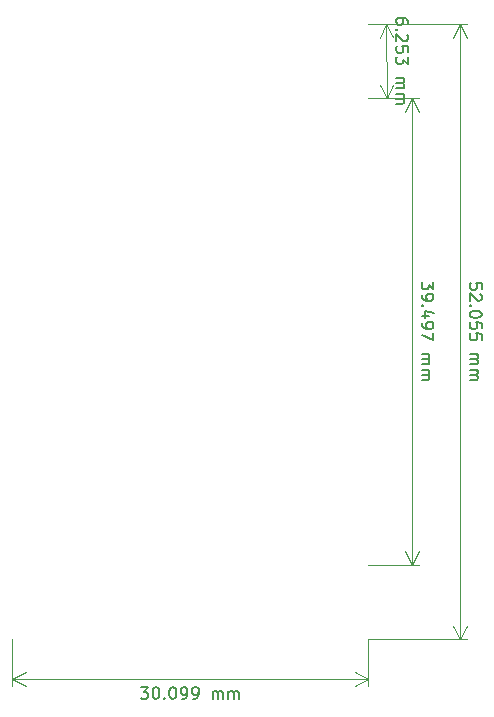
<source format=gbo>
G04 #@! TF.GenerationSoftware,KiCad,Pcbnew,(5.1.5)-3*
G04 #@! TF.CreationDate,2020-07-04T17:37:37-04:00*
G04 #@! TF.ProjectId,Power Supply,506f7765-7220-4537-9570-706c792e6b69,rev?*
G04 #@! TF.SameCoordinates,Original*
G04 #@! TF.FileFunction,Legend,Bot*
G04 #@! TF.FilePolarity,Positive*
%FSLAX46Y46*%
G04 Gerber Fmt 4.6, Leading zero omitted, Abs format (unit mm)*
G04 Created by KiCad (PCBNEW (5.1.5)-3) date 2020-07-04 17:37:37*
%MOMM*%
%LPD*%
G04 APERTURE LIST*
%ADD10C,0.150000*%
%ADD11C,0.120000*%
G04 APERTURE END LIST*
D10*
X171955558Y-90580050D02*
X171955465Y-90103860D01*
X171479265Y-90056333D01*
X171526894Y-90103943D01*
X171574531Y-90199172D01*
X171574578Y-90437267D01*
X171526977Y-90532515D01*
X171479368Y-90580143D01*
X171384139Y-90627781D01*
X171146044Y-90627827D01*
X171050796Y-90580227D01*
X171003168Y-90532617D01*
X170955530Y-90437388D01*
X170955484Y-90199293D01*
X171003084Y-90104045D01*
X171050694Y-90056417D01*
X171860404Y-91008640D02*
X171908032Y-91056250D01*
X171955670Y-91151479D01*
X171955716Y-91389574D01*
X171908116Y-91484821D01*
X171860506Y-91532450D01*
X171765277Y-91580087D01*
X171670039Y-91580106D01*
X171527173Y-91532515D01*
X170955633Y-90961198D01*
X170955753Y-91580245D01*
X171051075Y-92008798D02*
X171003465Y-92056426D01*
X170955837Y-92008817D01*
X171003447Y-91961188D01*
X171051075Y-92008798D01*
X170955837Y-92008817D01*
X171955967Y-92675288D02*
X171955986Y-92770526D01*
X171908385Y-92865774D01*
X171860775Y-92913402D01*
X171765547Y-92961040D01*
X171575080Y-93008696D01*
X171336985Y-93008742D01*
X171146499Y-92961160D01*
X171051252Y-92913560D01*
X171003623Y-92865950D01*
X170955986Y-92770721D01*
X170955967Y-92675483D01*
X171003568Y-92580236D01*
X171051177Y-92532608D01*
X171146406Y-92484970D01*
X171336873Y-92437314D01*
X171574968Y-92437267D01*
X171765454Y-92484849D01*
X171860701Y-92532450D01*
X171908329Y-92580059D01*
X171955967Y-92675288D01*
X171956209Y-93913383D02*
X171956116Y-93437193D01*
X171479916Y-93389667D01*
X171527544Y-93437277D01*
X171575182Y-93532505D01*
X171575229Y-93770601D01*
X171527628Y-93865848D01*
X171480018Y-93913476D01*
X171384790Y-93961114D01*
X171146694Y-93961160D01*
X171051447Y-93913560D01*
X171003819Y-93865950D01*
X170956181Y-93770721D01*
X170956134Y-93532626D01*
X171003735Y-93437379D01*
X171051345Y-93389750D01*
X171956395Y-94865764D02*
X171956302Y-94389574D01*
X171480102Y-94342048D01*
X171527730Y-94389657D01*
X171575368Y-94484886D01*
X171575414Y-94722981D01*
X171527814Y-94818229D01*
X171480204Y-94865857D01*
X171384975Y-94913495D01*
X171146880Y-94913541D01*
X171051633Y-94865941D01*
X171004004Y-94818331D01*
X170956367Y-94723102D01*
X170956320Y-94485007D01*
X171003921Y-94389760D01*
X171051531Y-94342131D01*
X170956636Y-96104055D02*
X171623303Y-96103925D01*
X171528065Y-96103943D02*
X171575693Y-96151553D01*
X171623331Y-96246782D01*
X171623359Y-96389639D01*
X171575758Y-96484886D01*
X171480529Y-96532524D01*
X170956720Y-96532626D01*
X171480529Y-96532524D02*
X171575777Y-96580124D01*
X171623415Y-96675353D01*
X171623442Y-96818210D01*
X171575842Y-96913458D01*
X171480613Y-96961095D01*
X170956804Y-96961198D01*
X170956897Y-97437388D02*
X171623563Y-97437258D01*
X171528325Y-97437276D02*
X171575953Y-97484886D01*
X171623591Y-97580115D01*
X171623619Y-97722972D01*
X171576019Y-97818220D01*
X171480790Y-97865857D01*
X170956980Y-97865959D01*
X171480790Y-97865857D02*
X171576037Y-97913458D01*
X171623675Y-98008686D01*
X171623703Y-98151544D01*
X171576102Y-98246791D01*
X171480873Y-98294429D01*
X170957064Y-98294531D01*
D11*
X170143726Y-120226833D02*
X170133566Y-68172073D01*
X162321240Y-120228360D02*
X170730147Y-120226719D01*
X162311080Y-68173600D02*
X170719987Y-68171959D01*
X170133566Y-68172073D02*
X170720207Y-69298462D01*
X170133566Y-68172073D02*
X169547365Y-69298691D01*
X170143726Y-120226833D02*
X170729927Y-119100215D01*
X170143726Y-120226833D02*
X169557085Y-119100444D01*
D10*
X143097191Y-124300230D02*
X143716239Y-124300125D01*
X143382970Y-124681134D01*
X143525827Y-124681110D01*
X143621073Y-124728713D01*
X143668700Y-124776324D01*
X143716335Y-124871554D01*
X143716375Y-125109649D01*
X143668772Y-125204895D01*
X143621161Y-125252522D01*
X143525931Y-125300157D01*
X143240217Y-125300206D01*
X143144971Y-125252603D01*
X143097344Y-125204992D01*
X144335286Y-124300021D02*
X144430524Y-124300005D01*
X144525770Y-124347608D01*
X144573397Y-124395219D01*
X144621033Y-124490449D01*
X144668684Y-124680917D01*
X144668724Y-124919012D01*
X144621137Y-125109496D01*
X144573534Y-125204742D01*
X144525923Y-125252370D01*
X144430693Y-125300005D01*
X144335455Y-125300021D01*
X144240209Y-125252418D01*
X144192582Y-125204807D01*
X144144947Y-125109577D01*
X144097295Y-124919109D01*
X144097255Y-124681013D01*
X144144842Y-124490529D01*
X144192445Y-124395283D01*
X144240056Y-124347656D01*
X144335286Y-124300021D01*
X145097344Y-125204654D02*
X145144971Y-125252265D01*
X145097360Y-125299892D01*
X145049733Y-125252281D01*
X145097344Y-125204654D01*
X145097360Y-125299892D01*
X145763858Y-124299780D02*
X145859096Y-124299764D01*
X145954342Y-124347367D01*
X146001969Y-124394978D01*
X146049604Y-124490208D01*
X146097255Y-124680676D01*
X146097295Y-124918771D01*
X146049708Y-125109255D01*
X146002106Y-125204501D01*
X145954494Y-125252128D01*
X145859264Y-125299764D01*
X145764026Y-125299780D01*
X145668780Y-125252177D01*
X145621153Y-125204566D01*
X145573518Y-125109336D01*
X145525867Y-124918867D01*
X145525827Y-124680772D01*
X145573414Y-124490288D01*
X145621017Y-124395042D01*
X145668628Y-124347415D01*
X145763858Y-124299780D01*
X146573550Y-125299643D02*
X146764026Y-125299611D01*
X146859256Y-125251976D01*
X146906867Y-125204349D01*
X147002081Y-125061475D01*
X147049668Y-124870991D01*
X147049604Y-124490039D01*
X147001969Y-124394809D01*
X146954342Y-124347198D01*
X146859096Y-124299595D01*
X146668619Y-124299627D01*
X146573389Y-124347262D01*
X146525778Y-124394889D01*
X146478175Y-124490135D01*
X146478216Y-124728231D01*
X146525851Y-124823461D01*
X146573478Y-124871072D01*
X146668724Y-124918675D01*
X146859200Y-124918642D01*
X146954430Y-124871007D01*
X147002041Y-124823380D01*
X147049644Y-124728134D01*
X147525931Y-125299482D02*
X147716407Y-125299450D01*
X147811637Y-125251815D01*
X147859248Y-125204188D01*
X147954462Y-125061315D01*
X148002049Y-124870830D01*
X148001985Y-124489878D01*
X147954350Y-124394648D01*
X147906723Y-124347037D01*
X147811477Y-124299434D01*
X147621000Y-124299466D01*
X147525770Y-124347101D01*
X147478159Y-124394728D01*
X147430556Y-124489975D01*
X147430597Y-124728070D01*
X147478232Y-124823300D01*
X147525859Y-124870911D01*
X147621105Y-124918514D01*
X147811581Y-124918482D01*
X147906811Y-124870847D01*
X147954422Y-124823219D01*
X148002025Y-124727973D01*
X149192598Y-125299201D02*
X149192485Y-124632534D01*
X149192501Y-124727772D02*
X149240112Y-124680145D01*
X149335342Y-124632510D01*
X149478199Y-124632486D01*
X149573446Y-124680089D01*
X149621081Y-124775319D01*
X149621169Y-125299129D01*
X149621081Y-124775319D02*
X149668684Y-124680073D01*
X149763914Y-124632438D01*
X149906771Y-124632414D01*
X150002017Y-124680017D01*
X150049652Y-124775247D01*
X150049741Y-125299056D01*
X150525931Y-125298976D02*
X150525819Y-124632309D01*
X150525835Y-124727547D02*
X150573446Y-124679920D01*
X150668676Y-124632285D01*
X150811533Y-124632261D01*
X150906779Y-124679864D01*
X150954414Y-124775094D01*
X150954502Y-125298904D01*
X150954414Y-124775094D02*
X151002017Y-124679848D01*
X151097247Y-124632213D01*
X151240104Y-124632189D01*
X151335350Y-124679792D01*
X151382985Y-124775022D01*
X151383074Y-125298831D01*
D11*
X132238046Y-123579682D02*
X162337046Y-123574602D01*
X132237480Y-120228360D02*
X132238145Y-124166103D01*
X162336480Y-120223280D02*
X162337145Y-124161023D01*
X162337046Y-123574602D02*
X161210641Y-124161213D01*
X162337046Y-123574602D02*
X161210443Y-122988371D01*
X132238046Y-123579682D02*
X133364649Y-124165913D01*
X132238046Y-123579682D02*
X133364451Y-122993071D01*
D10*
X165714024Y-68096474D02*
X165713559Y-67905999D01*
X165665708Y-67810877D01*
X165617973Y-67763374D01*
X165474885Y-67668484D01*
X165284293Y-67621330D01*
X164903342Y-67622258D01*
X164808220Y-67670109D01*
X164760717Y-67717844D01*
X164713330Y-67813198D01*
X164713794Y-68003673D01*
X164761645Y-68098795D01*
X164809380Y-68146298D01*
X164904734Y-68193685D01*
X165142829Y-68193105D01*
X165237951Y-68145254D01*
X165285453Y-68097519D01*
X165332840Y-68002165D01*
X165332376Y-67811689D01*
X165284525Y-67716567D01*
X165236790Y-67669065D01*
X165141436Y-67621678D01*
X164810541Y-68622487D02*
X164763038Y-68670222D01*
X164715303Y-68622719D01*
X164762806Y-68574984D01*
X164810541Y-68622487D01*
X164715303Y-68622719D01*
X165621107Y-69049084D02*
X165668842Y-69096587D01*
X165716693Y-69191709D01*
X165717273Y-69429804D01*
X165669886Y-69525157D01*
X165622383Y-69572892D01*
X165527262Y-69620743D01*
X165432024Y-69620976D01*
X165289051Y-69573705D01*
X164716232Y-69003670D01*
X164717740Y-69622716D01*
X165719942Y-70525038D02*
X165718782Y-70048849D01*
X165242477Y-70002391D01*
X165290211Y-70049894D01*
X165338062Y-70145016D01*
X165338643Y-70383110D01*
X165291256Y-70478464D01*
X165243753Y-70526199D01*
X165148631Y-70574050D01*
X164910537Y-70574630D01*
X164815183Y-70527243D01*
X164767448Y-70479741D01*
X164719597Y-70384619D01*
X164719017Y-70146524D01*
X164766404Y-70051170D01*
X164813906Y-70003435D01*
X165720871Y-70905990D02*
X165722379Y-71525035D01*
X165340616Y-71192632D01*
X165340964Y-71335488D01*
X165293577Y-71430842D01*
X165246074Y-71478577D01*
X165150952Y-71526428D01*
X164912858Y-71527008D01*
X164817504Y-71479621D01*
X164769769Y-71432119D01*
X164721918Y-71336997D01*
X164721222Y-71051283D01*
X164768608Y-70955930D01*
X164816111Y-70908195D01*
X164725283Y-72717945D02*
X165391948Y-72716320D01*
X165296710Y-72716553D02*
X165344445Y-72764055D01*
X165392296Y-72859177D01*
X165392644Y-73002034D01*
X165345258Y-73097388D01*
X165250136Y-73145239D01*
X164726328Y-73146515D01*
X165250136Y-73145239D02*
X165345490Y-73192626D01*
X165393341Y-73287747D01*
X165393689Y-73430604D01*
X165346302Y-73525958D01*
X165251180Y-73573809D01*
X164727372Y-73575085D01*
X164728533Y-74051275D02*
X165395197Y-74049650D01*
X165299960Y-74049882D02*
X165347695Y-74097385D01*
X165395546Y-74192507D01*
X165395894Y-74335363D01*
X165348507Y-74430717D01*
X165253385Y-74478568D01*
X164729577Y-74479845D01*
X165253385Y-74478568D02*
X165348739Y-74525955D01*
X165396590Y-74621077D01*
X165396938Y-74763933D01*
X165349551Y-74859287D01*
X165254430Y-74907138D01*
X164730622Y-74908415D01*
D11*
X163911806Y-74418111D02*
X163896566Y-68164631D01*
X162316160Y-74422000D02*
X164498225Y-74416682D01*
X162300920Y-68168520D02*
X164482985Y-68163202D01*
X163896566Y-68164631D02*
X164485730Y-69289702D01*
X163896566Y-68164631D02*
X163312892Y-69292561D01*
X163911806Y-74418111D02*
X164495480Y-73290181D01*
X163911806Y-74418111D02*
X163322642Y-73293040D01*
D10*
X167871076Y-89988044D02*
X167871314Y-90607092D01*
X167490233Y-90273906D01*
X167490289Y-90416763D01*
X167442706Y-90512019D01*
X167395106Y-90559657D01*
X167299886Y-90607312D01*
X167061791Y-90607404D01*
X166966534Y-90559822D01*
X166918897Y-90512221D01*
X166871241Y-90417002D01*
X166871131Y-90131287D01*
X166918713Y-90036031D01*
X166966314Y-89988393D01*
X166871498Y-91083668D02*
X166871572Y-91274144D01*
X166919228Y-91369364D01*
X166966865Y-91416965D01*
X167109759Y-91512148D01*
X167300253Y-91559693D01*
X167681206Y-91559546D01*
X167776425Y-91511890D01*
X167824026Y-91464253D01*
X167871608Y-91368997D01*
X167871535Y-91178520D01*
X167823879Y-91083301D01*
X167776242Y-91035700D01*
X167680985Y-90988118D01*
X167442890Y-90988210D01*
X167347670Y-91035865D01*
X167300070Y-91083503D01*
X167252487Y-91178759D01*
X167252561Y-91369235D01*
X167300217Y-91464455D01*
X167347854Y-91512056D01*
X167443111Y-91559638D01*
X166967085Y-91988393D02*
X166919485Y-92036031D01*
X166871847Y-91988430D01*
X166919448Y-91940793D01*
X166967085Y-91988393D01*
X166871847Y-91988430D01*
X167538863Y-92892935D02*
X166872196Y-92893192D01*
X167919724Y-92654692D02*
X167205346Y-92416873D01*
X167205585Y-93035920D01*
X166872417Y-93464620D02*
X166872490Y-93655097D01*
X166920146Y-93750316D01*
X166967784Y-93797917D01*
X167110678Y-93893100D01*
X167301172Y-93940645D01*
X167682124Y-93940498D01*
X167777344Y-93892843D01*
X167824945Y-93845205D01*
X167872527Y-93749949D01*
X167872454Y-93559473D01*
X167824798Y-93464253D01*
X167777160Y-93416652D01*
X167681904Y-93369070D01*
X167443809Y-93369162D01*
X167348589Y-93416818D01*
X167300988Y-93464455D01*
X167253406Y-93559711D01*
X167253480Y-93750188D01*
X167301135Y-93845407D01*
X167348773Y-93893008D01*
X167444029Y-93940590D01*
X167872729Y-94273758D02*
X167872986Y-94940425D01*
X166872821Y-94512239D01*
X166873428Y-96083668D02*
X167540094Y-96083411D01*
X167444856Y-96083447D02*
X167492493Y-96131048D01*
X167540149Y-96226268D01*
X167540204Y-96369125D01*
X167492622Y-96464381D01*
X167397402Y-96512037D01*
X166873593Y-96512239D01*
X167397402Y-96512037D02*
X167492659Y-96559619D01*
X167540315Y-96654839D01*
X167540370Y-96797696D01*
X167492787Y-96892953D01*
X167397568Y-96940608D01*
X166873758Y-96940811D01*
X166873942Y-97417001D02*
X167540609Y-97416744D01*
X167445371Y-97416781D02*
X167493008Y-97464381D01*
X167540664Y-97559601D01*
X167540719Y-97702458D01*
X167493137Y-97797715D01*
X167397917Y-97845370D01*
X166874107Y-97845572D01*
X167397917Y-97845370D02*
X167493173Y-97892953D01*
X167540829Y-97988172D01*
X167540884Y-98131029D01*
X167493302Y-98226286D01*
X167398082Y-98273942D01*
X166874273Y-98274144D01*
D11*
X166062694Y-113927722D02*
X166047454Y-74430722D01*
X162336480Y-113929160D02*
X166649114Y-113927496D01*
X162321240Y-74432160D02*
X166633874Y-74430496D01*
X166047454Y-74430722D02*
X166634309Y-75556999D01*
X166047454Y-74430722D02*
X165461468Y-75557452D01*
X166062694Y-113927722D02*
X166648680Y-112800992D01*
X166062694Y-113927722D02*
X165475839Y-112801445D01*
M02*

</source>
